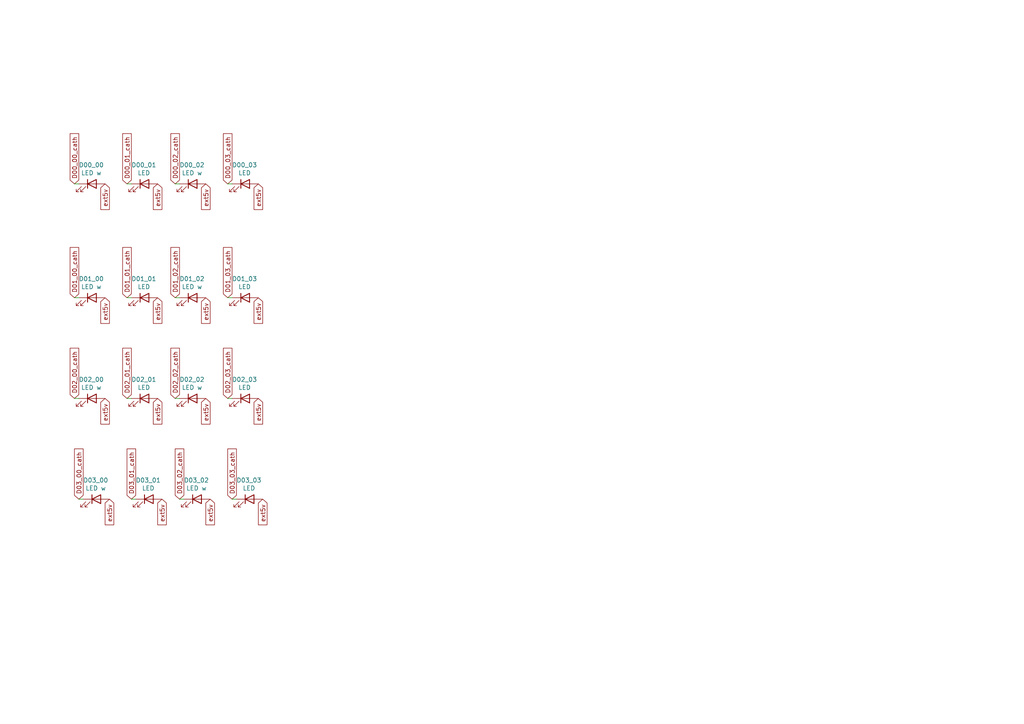
<source format=kicad_sch>
(kicad_sch (version 20230121) (generator eeschema)
  (paper "A4")
  (lib_symbols
    (symbol "Device:LED" (pin_numbers hide) (pin_names (offset 1.016) hide)
      (property "Reference" "D" (at 0 2.54 0))
      (property "Value" "LED" (at 0 -2.54 0))
      (symbol "LED_0_1"
        (polyline (pts (xy -1.27 -1.27) (xy -1.27 1.27)) (stroke (width 0.254)))
        (polyline (pts (xy -1.27 0) (xy 1.27 0)))
        (polyline (pts (xy 1.27 -1.27) (xy 1.27 1.27) (xy -1.27 0) (xy 1.27 -1.27)) (stroke (width 0.254)))
        (polyline (pts (xy -3.048 -0.762) (xy -4.572 -2.286) (xy -3.81 -2.286) (xy -4.572 -2.286) (xy -4.572 -1.524)))
        (polyline (pts (xy -1.778 -0.762) (xy -3.302 -2.286) (xy -2.54 -2.286) (xy -3.302 -2.286) (xy -3.302 -1.524)))
      )
      (symbol "LED_1_1"
        (pin passive line (at -3.81 0 0) (length 2.54) (name "K") (number "1"))
        (pin passive line (at 3.81 0 180) (length 2.54) (name "A") (number "2"))
      )
    )
  )
  (wire (pts (xy 52.07 144.78) (xy 53.34 144.78)))
  (wire (pts (xy 50.8 115.57) (xy 52.07 115.57)))
  (wire (pts (xy 38.1 53.34) (xy 36.83 53.34)))
  (wire (pts (xy 66.04 115.57) (xy 67.31 115.57)))
  (wire (pts (xy 52.07 53.34) (xy 50.8 53.34)))
  (wire (pts (xy 52.07 86.36) (xy 50.8 86.36)))
  (wire (pts (xy 38.1 86.36) (xy 36.83 86.36)))
  (wire (pts (xy 38.1 144.78) (xy 39.37 144.78)))
  (wire (pts (xy 66.04 86.36) (xy 67.31 86.36)))
  (wire (pts (xy 67.31 144.78) (xy 68.58 144.78)))
  (wire (pts (xy 22.86 86.36) (xy 21.59 86.36)))
  (wire (pts (xy 67.31 53.34) (xy 66.04 53.34)))
  (wire (pts (xy 22.86 144.78) (xy 24.13 144.78)))
  (wire (pts (xy 36.83 115.57) (xy 38.1 115.57)))
  (wire (pts (xy 21.59 115.57) (xy 22.86 115.57)))
  (wire (pts (xy 22.86 53.34) (xy 21.59 53.34)))
  (global_label "D01_02_cath" (shape input) (at 50.8 86.36 90) (property "Intersheetrefs" "${INTERSHEET_REFS}" (effects hide)))
  (global_label "D03_01_cath" (shape input) (at 38.1 144.78 90) (property "Intersheetrefs" "${INTERSHEET_REFS}" (effects hide)))
  (global_label "ext5v" (shape input) (at 30.48 53.34 270) (property "Intersheetrefs" "${INTERSHEET_REFS}" (effects hide)))
  (global_label "D01_03_cath" (shape input) (at 66.04 86.36 90) (property "Intersheetrefs" "${INTERSHEET_REFS}" (effects hide)))
  (global_label "ext5v" (shape input) (at 74.93 53.34 270) (property "Intersheetrefs" "${INTERSHEET_REFS}" (effects hide)))
  (global_label "D00_02_cath" (shape input) (at 50.8 53.34 90) (property "Intersheetrefs" "${INTERSHEET_REFS}" (effects hide)))
  (global_label "ext5v" (shape input) (at 76.2 144.78 270) (property "Intersheetrefs" "${INTERSHEET_REFS}" (effects hide)))
  (global_label "D02_00_cath" (shape input) (at 21.59 115.57 90) (property "Intersheetrefs" "${INTERSHEET_REFS}" (effects hide)))
  (global_label "D01_01_cath" (shape input) (at 36.83 86.36 90) (property "Intersheetrefs" "${INTERSHEET_REFS}" (effects hide)))
  (global_label "D02_02_cath" (shape input) (at 50.8 115.57 90) (property "Intersheetrefs" "${INTERSHEET_REFS}" (effects hide)))
  (global_label "ext5v" (shape input) (at 59.69 53.34 270) (property "Intersheetrefs" "${INTERSHEET_REFS}" (effects hide)))
  (global_label "ext5v" (shape input) (at 46.99 144.78 270) (property "Intersheetrefs" "${INTERSHEET_REFS}" (effects hide)))
  (global_label "ext5v" (shape input) (at 31.75 144.78 270) (property "Intersheetrefs" "${INTERSHEET_REFS}" (effects hide)))
  (global_label "D03_03_cath" (shape input) (at 67.31 144.78 90) (property "Intersheetrefs" "${INTERSHEET_REFS}" (effects hide)))
  (global_label "D02_01_cath" (shape input) (at 36.83 115.57 90) (property "Intersheetrefs" "${INTERSHEET_REFS}" (effects hide)))
  (global_label "D00_03_cath" (shape input) (at 66.04 53.34 90) (property "Intersheetrefs" "${INTERSHEET_REFS}" (effects hide)))
  (global_label "D03_00_cath" (shape input) (at 22.86 144.78 90) (property "Intersheetrefs" "${INTERSHEET_REFS}" (effects hide)))
  (global_label "ext5v" (shape input) (at 59.69 115.57 270) (property "Intersheetrefs" "${INTERSHEET_REFS}" (effects hide)))
  (global_label "ext5v" (shape input) (at 30.48 86.36 270) (property "Intersheetrefs" "${INTERSHEET_REFS}" (effects hide)))
  (global_label "D01_00_cath" (shape input) (at 21.59 86.36 90) (property "Intersheetrefs" "${INTERSHEET_REFS}" (effects hide)))
  (global_label "D02_03_cath" (shape input) (at 66.04 115.57 90) (property "Intersheetrefs" "${INTERSHEET_REFS}" (effects hide)))
  (global_label "ext5v" (shape input) (at 59.69 86.36 270) (property "Intersheetrefs" "${INTERSHEET_REFS}" (effects hide)))
  (global_label "ext5v" (shape input) (at 30.48 115.57 270) (property "Intersheetrefs" "${INTERSHEET_REFS}" (effects hide)))
  (global_label "ext5v" (shape input) (at 60.96 144.78 270) (property "Intersheetrefs" "${INTERSHEET_REFS}" (effects hide)))
  (global_label "ext5v" (shape input) (at 74.93 86.36 270) (property "Intersheetrefs" "${INTERSHEET_REFS}" (effects hide)))
  (global_label "ext5v" (shape input) (at 45.72 53.34 270) (property "Intersheetrefs" "${INTERSHEET_REFS}" (effects hide)))
  (global_label "ext5v" (shape input) (at 74.93 115.57 270) (property "Intersheetrefs" "${INTERSHEET_REFS}" (effects hide)))
  (global_label "D00_00_cath" (shape input) (at 21.59 53.34 90) (property "Intersheetrefs" "${INTERSHEET_REFS}" (effects hide)))
  (global_label "ext5v" (shape input) (at 45.72 115.57 270) (property "Intersheetrefs" "${INTERSHEET_REFS}" (effects hide)))
  (global_label "D03_02_cath" (shape input) (at 52.07 144.78 90) (property "Intersheetrefs" "${INTERSHEET_REFS}" (effects hide)))
  (global_label "D00_01_cath" (shape input) (at 36.83 53.34 90) (property "Intersheetrefs" "${INTERSHEET_REFS}" (effects hide)))
  (global_label "ext5v" (shape input) (at 45.72 86.36 270) (property "Intersheetrefs" "${INTERSHEET_REFS}" (effects hide)))
  (symbol (lib_id "Device:LED") (at 26.67 53.34 0) (unit 1)
    (property "Reference" "D00_00" (at 26.4922 47.8536 0))
    (property "Value" "LED w" (at 26.4922 50.165 0))
    (property "Footprint" "LEDs:LED_D3.0mm" (effects hide))
  )
  (symbol (lib_id "Device:LED") (at 41.91 53.34 0) (unit 1)
    (property "Reference" "D00_01" (at 41.7322 47.8536 0))
    (property "Value" "LED" (at 41.7322 50.165 0))
    (property "Footprint" "LEDs:LED_D3.0mm" (effects hide))
  )
  (symbol (lib_id "Device:LED") (at 55.88 53.34 0) (unit 1)
    (property "Reference" "D00_02" (at 55.7022 47.8536 0))
    (property "Value" "LED w" (at 55.7022 50.165 0))
    (property "Footprint" "LEDs:LED_D3.0mm" (effects hide))
  )
  (symbol (lib_id "Device:LED") (at 71.12 53.34 0) (unit 1)
    (property "Reference" "D00_03" (at 70.9422 47.8536 0))
    (property "Value" "LED" (at 70.9422 50.165 0))
    (property "Footprint" "LEDs:LED_D3.0mm" (effects hide))
  )
  (symbol (lib_id "Device:LED") (at 26.67 86.36 0) (unit 1)
    (property "Reference" "D01_00" (at 26.4922 80.8736 0))
    (property "Value" "LED w" (at 26.4922 83.185 0))
    (property "Footprint" "LEDs:LED_D3.0mm" (effects hide))
  )
  (symbol (lib_id "Device:LED") (at 41.91 86.36 0) (unit 1)
    (property "Reference" "D01_01" (at 41.7322 80.8736 0))
    (property "Value" "LED" (at 41.7322 83.185 0))
    (property "Footprint" "LEDs:LED_D3.0mm" (effects hide))
  )
  (symbol (lib_id "Device:LED") (at 55.88 86.36 0) (unit 1)
    (property "Reference" "D01_02" (at 55.7022 80.8736 0))
    (property "Value" "LED w" (at 55.7022 83.185 0))
    (property "Footprint" "LEDs:LED_D3.0mm" (effects hide))
  )
  (symbol (lib_id "Device:LED") (at 71.12 86.36 0) (unit 1)
    (property "Reference" "D01_03" (at 70.9422 80.8736 0))
    (property "Value" "LED" (at 70.9422 83.185 0))
    (property "Footprint" "LEDs:LED_D3.0mm" (effects hide))
  )
  (symbol (lib_id "Device:LED") (at 26.67 115.57 0) (unit 1)
    (property "Reference" "D02_00" (at 26.4922 110.0836 0))
    (property "Value" "LED w" (at 26.4922 112.395 0))
    (property "Footprint" "LEDs:LED_D3.0mm" (effects hide))
  )
  (symbol (lib_id "Device:LED") (at 41.91 115.57 0) (unit 1)
    (property "Reference" "D02_01" (at 41.7322 110.0836 0))
    (property "Value" "LED" (at 41.7322 112.395 0))
    (property "Footprint" "LEDs:LED_D3.0mm" (effects hide))
  )
  (symbol (lib_id "Device:LED") (at 55.88 115.57 0) (unit 1)
    (property "Reference" "D02_02" (at 55.7022 110.0836 0))
    (property "Value" "LED w" (at 55.7022 112.395 0))
    (property "Footprint" "LEDs:LED_D3.0mm" (effects hide))
  )
  (symbol (lib_id "Device:LED") (at 71.12 115.57 0) (unit 1)
    (property "Reference" "D02_03" (at 70.9422 110.0836 0))
    (property "Value" "LED" (at 70.9422 112.395 0))
    (property "Footprint" "LEDs:LED_D3.0mm" (effects hide))
  )
  (symbol (lib_id "Device:LED") (at 27.94 144.78 0) (unit 1)
    (property "Reference" "D03_00" (at 27.7622 139.2936 0))
    (property "Value" "LED w" (at 27.7622 141.605 0))
    (property "Footprint" "LEDs:LED_D3.0mm" (effects hide))
  )
  (symbol (lib_id "Device:LED") (at 43.18 144.78 0) (unit 1)
    (property "Reference" "D03_01" (at 43.0022 139.2936 0))
    (property "Value" "LED" (at 43.0022 141.605 0))
    (property "Footprint" "LEDs:LED_D3.0mm" (effects hide))
  )
  (symbol (lib_id "Device:LED") (at 57.15 144.78 0) (unit 1)
    (property "Reference" "D03_02" (at 56.9722 139.2936 0))
    (property "Value" "LED w" (at 56.9722 141.605 0))
    (property "Footprint" "LEDs:LED_D3.0mm" (effects hide))
  )
  (symbol (lib_id "Device:LED") (at 72.39 144.78 0) (unit 1)
    (property "Reference" "D03_03" (at 72.2122 139.2936 0))
    (property "Value" "LED" (at 72.2122 141.605 0))
    (property "Footprint" "LEDs:LED_D3.0mm" (effects hide))
  )
)
</source>
